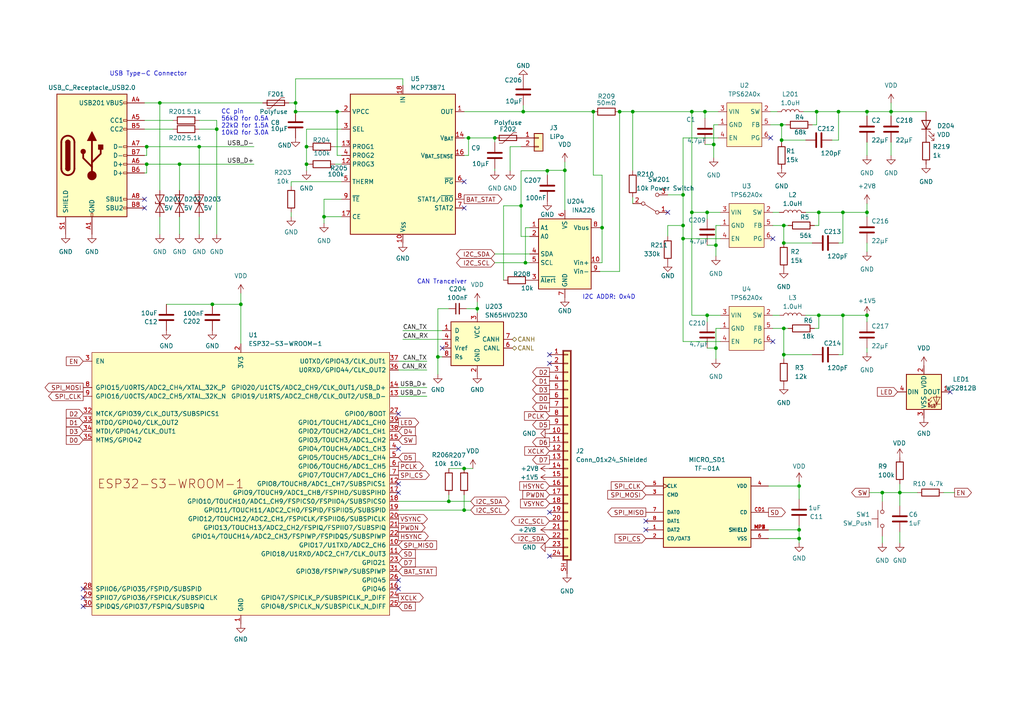
<source format=kicad_sch>
(kicad_sch (version 20231120) (generator "eeschema") (generator_version "8.0")
  (paper "A4")
  (lib_symbols
    (symbol "Battery_Management:MCP73871"
      (property "Reference" "U" (at -7.62 24.13 0))
      (property "Value" "MCP73871" (at -15.24 21.59 0))
      (symbol "MCP73871_1_1"
        (pin power_out line (at 17.78 15.24 180) (length 2.54) (name "OUT") (number "1"))
        (pin power_in line (at 0 -22.86 90) (length 2.54) (name "V_{SS}") (number "10"))
        (pin passive line (at 0 -22.86 90) (length 2.54) hide (name "V_{SS}") (number "11"))
        (pin bidirectional line (at -17.78 0 0) (length 2.54) (name "PROG3") (number "12"))
        (pin bidirectional line (at -17.78 5.08 0) (length 2.54) (name "PROG1") (number "13"))
        (pin power_out line (at 17.78 7.62 180) (length 2.54) (name "V_{BAT}") (number "14"))
        (pin passive line (at 17.78 7.62 180) (length 2.54) hide (name "V_{BAT}") (number "15"))
        (pin input line (at 17.78 2.54 180) (length 2.54) (name "V_{BAT_SENSE}") (number "16"))
        (pin input line (at -17.78 -15.24 0) (length 2.54) (name "CE") (number "17"))
        (pin power_in line (at 0 22.86 270) (length 2.54) (name "IN") (number "18"))
        (pin passive line (at 0 22.86 270) (length 2.54) hide (name "IN") (number "19"))
        (pin input line (at -17.78 15.24 0) (length 2.54) (name "VPCC") (number "2"))
        (pin passive line (at 17.78 15.24 180) (length 2.54) hide (name "OUT") (number "20"))
        (pin passive line (at 0 -22.86 90) (length 2.54) hide (name "V_{SS}") (number "21"))
        (pin input line (at -17.78 10.16 0) (length 2.54) (name "SEL") (number "3"))
        (pin input line (at -17.78 2.54 0) (length 2.54) (name "PROG2") (number "4"))
        (pin bidirectional line (at -17.78 -5.08 0) (length 2.54) (name "THERM") (number "5"))
        (pin open_collector line (at 17.78 -5.08 180) (length 2.54) (name "~{PG}") (number "6"))
        (pin open_collector line (at 17.78 -12.7 180) (length 2.54) (name "STAT2") (number "7"))
        (pin open_collector line (at 17.78 -10.16 180) (length 2.54) (name "STAT1/~{LBO}") (number "8"))
        (pin input line (at -17.78 -10.16 0) (length 2.54) (name "~{TE}") (number "9"))
      )
    )
    (symbol "Connector:USB_C_Receptacle_USB2.0" (pin_names (offset 1.016))
      (property "Reference" "J" (at -10.16 19.05 0))
      (property "Value" "USB_C_Receptacle_USB2.0" (at 19.05 19.05 0))
      (symbol "USB_C_Receptacle_USB2.0_1_1"
        (pin passive line (at 0 -22.86 90) (length 5.08) (name "GND") (number "A1"))
        (pin passive line (at 0 -22.86 90) (length 5.08) hide (name "GND") (number "A12"))
        (pin passive line (at 15.24 15.24 180) (length 5.08) (name "VBUS") (number "A4"))
        (pin bidirectional line (at 15.24 10.16 180) (length 5.08) (name "CC1") (number "A5"))
        (pin bidirectional line (at 15.24 -2.54 180) (length 5.08) (name "D+") (number "A6"))
        (pin bidirectional line (at 15.24 2.54 180) (length 5.08) (name "D-") (number "A7"))
        (pin bidirectional line (at 15.24 -12.7 180) (length 5.08) (name "SBU1") (number "A8"))
        (pin passive line (at 15.24 15.24 180) (length 5.08) hide (name "VBUS") (number "A9"))
        (pin passive line (at 0 -22.86 90) (length 5.08) hide (name "GND") (number "B1"))
        (pin passive line (at 0 -22.86 90) (length 5.08) hide (name "GND") (number "B12"))
        (pin passive line (at 15.24 15.24 180) (length 5.08) hide (name "VBUS") (number "B4"))
        (pin bidirectional line (at 15.24 7.62 180) (length 5.08) (name "CC2") (number "B5"))
        (pin bidirectional line (at 15.24 -5.08 180) (length 5.08) (name "D+") (number "B6"))
        (pin bidirectional line (at 15.24 0 180) (length 5.08) (name "D-") (number "B7"))
        (pin bidirectional line (at 15.24 -15.24 180) (length 5.08) (name "SBU2") (number "B8"))
        (pin passive line (at 15.24 15.24 180) (length 5.08) hide (name "VBUS") (number "B9"))
        (pin passive line (at -7.62 -22.86 90) (length 5.08) (name "SHIELD") (number "S1"))
      )
    )
    (symbol "Connector_Generic:Conn_01x02" (pin_names (offset 1.016) hide)
      (property "Reference" "J" (at 0 2.54 0))
      (property "Value" "Conn_01x02" (at 0 -5.08 0))
      (symbol "Conn_01x02_1_1"
        (pin passive line (at -5.08 0 0) (length 3.81) (name "Pin_1") (number "1"))
        (pin passive line (at -5.08 -2.54 0) (length 3.81) (name "Pin_2") (number "2"))
      )
    )
    (symbol "Connector_Generic_Shielded:Conn_01x24_Shielded" (pin_names (offset 1.016) hide)
      (property "Reference" "J" (at 0.254 30.226 0))
      (property "Value" "Conn_01x24_Shielded" (at 1.016 -32.766 0))
      (symbol "Conn_01x24_Shielded_1_1"
        (pin passive line (at -5.08 27.94 0) (length 4.064) (name "Pin_1") (number "1"))
        (pin passive line (at -5.08 5.08 0) (length 4.064) (name "Pin_10") (number "10"))
        (pin passive line (at -5.08 2.54 0) (length 4.064) (name "Pin_11") (number "11"))
        (pin passive line (at -5.08 0 0) (length 4.064) (name "Pin_12") (number "12"))
        (pin passive line (at -5.08 -2.54 0) (length 4.064) (name "Pin_13") (number "13"))
        (pin passive line (at -5.08 -5.08 0) (length 4.064) (name "Pin_14") (number "14"))
        (pin passive line (at -5.08 -7.62 0) (length 4.064) (name "Pin_15") (number "15"))
        (pin passive line (at -5.08 -10.16 0) (length 4.064) (name "Pin_16") (number "16"))
        (pin passive line (at -5.08 -12.7 0) (length 4.064) (name "Pin_17") (number "17"))
        (pin passive line (at -5.08 -15.24 0) (length 4.064) (name "Pin_18") (number "18"))
        (pin passive line (at -5.08 -17.78 0) (length 4.064) (name "Pin_19") (number "19"))
        (pin passive line (at -5.08 25.4 0) (length 4.064) (name "Pin_2") (number "2"))
        (pin passive line (at -5.08 -20.32 0) (length 4.064) (name "Pin_20") (number "20"))
        (pin passive line (at -5.08 -22.86 0) (length 4.064) (name "Pin_21") (number "21"))
        (pin passive line (at -5.08 -25.4 0) (length 4.064) (name "Pin_22") (number "22"))
        (pin passive line (at -5.08 -27.94 0) (length 4.064) (name "Pin_23") (number "23"))
        (pin passive line (at -5.08 -30.48 0) (length 4.064) (name "Pin_24") (number "24"))
        (pin passive line (at -5.08 22.86 0) (length 4.064) (name "Pin_3") (number "3"))
        (pin passive line (at -5.08 20.32 0) (length 4.064) (name "Pin_4") (number "4"))
        (pin passive line (at -5.08 17.78 0) (length 4.064) (name "Pin_5") (number "5"))
        (pin passive line (at -5.08 15.24 0) (length 4.064) (name "Pin_6") (number "6"))
        (pin passive line (at -5.08 12.7 0) (length 4.064) (name "Pin_7") (number "7"))
        (pin passive line (at -5.08 10.16 0) (length 4.064) (name "Pin_8") (number "8"))
        (pin passive line (at -5.08 7.62 0) (length 4.064) (name "Pin_9") (number "9"))
        (pin passive line (at 0 -35.56 90) (length 3.81) (name "Shield") (number "SH"))
      )
    )
    (symbol "Device:C" (pin_numbers hide) (pin_names (offset 0.254))
      (property "Reference" "C" (at 0.635 2.54 0))
      (property "Value" "C" (at 0.635 -2.54 0))
      (symbol "C_1_1"
        (pin passive line (at 0 3.81 270) (length 2.794) (name "~") (number "1"))
        (pin passive line (at 0 -3.81 90) (length 2.794) (name "~") (number "2"))
      )
    )
    (symbol "Device:C_Small" (pin_numbers hide) (pin_names (offset 0.254) hide)
      (property "Reference" "C" (at 0.254 1.778 0))
      (property "Value" "C_Small" (at 0.254 -2.032 0))
      (symbol "C_Small_1_1"
        (pin passive line (at 0 2.54 270) (length 2.032) (name "~") (number "1"))
        (pin passive line (at 0 -2.54 90) (length 2.032) (name "~") (number "2"))
      )
    )
    (symbol "Device:L" (pin_numbers hide) (pin_names (offset 1.016) hide)
      (property "Reference" "L" (at -1.27 0 90))
      (property "Value" "L" (at 1.905 0 90))
      (symbol "L_1_1"
        (pin passive line (at 0 3.81 270) (length 1.27) (name "1") (number "1"))
        (pin passive line (at 0 -3.81 90) (length 1.27) (name "2") (number "2"))
      )
    )
    (symbol "Device:LED" (pin_numbers hide) (pin_names (offset 1.016) hide)
      (property "Reference" "D" (at 0 2.54 0))
      (property "Value" "LED" (at 0 -2.54 0))
      (symbol "LED_1_1"
        (pin passive line (at -3.81 0 0) (length 2.54) (name "K") (number "1"))
        (pin passive line (at 3.81 0 180) (length 2.54) (name "A") (number "2"))
      )
    )
    (symbol "Device:Polyfuse" (pin_numbers hide) (pin_names (offset 0))
      (property "Reference" "F" (at -2.54 0 90))
      (property "Value" "Polyfuse" (at 2.54 0 90))
      (symbol "Polyfuse_1_1"
        (pin passive line (at 0 3.81 270) (length 1.27) (name "~") (number "1"))
        (pin passive line (at 0 -3.81 90) (length 1.27) (name "~") (number "2"))
      )
    )
    (symbol "Device:R" (pin_numbers hide) (pin_names (offset 0))
      (property "Reference" "R" (at 2.032 0 90))
      (property "Value" "R" (at 0 0 90))
      (symbol "R_1_1"
        (pin passive line (at 0 3.81 270) (length 1.27) (name "~") (number "1"))
        (pin passive line (at 0 -3.81 90) (length 1.27) (name "~") (number "2"))
      )
    )
    (symbol "Diode:ESD9B5.0ST5G" (pin_numbers hide) (pin_names (offset 1.016) hide)
      (property "Reference" "D" (at 0 2.54 0))
      (property "Value" "ESD9B5.0ST5G" (at 0 -2.54 0))
      (symbol "ESD9B5.0ST5G_1_1"
        (pin passive line (at -3.81 0 0) (length 2.54) (name "A1") (number "1"))
        (pin passive line (at 3.81 0 180) (length 2.54) (name "A2") (number "2"))
      )
    )
    (symbol "GND_1" (power) (pin_numbers hide) (pin_names (offset 0) hide)
      (property "Value" "GND" (at 0 -3.81 0))
      (symbol "GND_1_1_1"
        (pin power_in line (at 0 0 270) (length 0) (name "~") (number "1"))
      )
    )
    (symbol "Interface_CAN_LIN:SN65HVD230" (pin_names (offset 1.016))
      (property "Reference" "U" (at -2.54 10.16 0))
      (property "Value" "SN65HVD230" (at -2.54 7.62 0))
      (symbol "SN65HVD230_1_1"
        (pin input line (at -10.16 2.54 0) (length 2.54) (name "D") (number "1"))
        (pin power_in line (at 0 -10.16 90) (length 2.54) (name "GND") (number "2"))
        (pin power_in line (at 0 7.62 270) (length 2.54) (name "VCC") (number "3"))
        (pin output line (at -10.16 0 0) (length 2.54) (name "R") (number "4"))
        (pin output line (at -10.16 -2.54 0) (length 2.54) (name "Vref") (number "5"))
        (pin bidirectional line (at 10.16 -2.54 180) (length 2.54) (name "CANL") (number "6"))
        (pin bidirectional line (at 10.16 0 180) (length 2.54) (name "CANH") (number "7"))
        (pin input line (at -10.16 -5.08 0) (length 2.54) (name "Rs") (number "8"))
      )
    )
    (symbol "PCM_Espressif:ESP32-S3-WROOM-1" (pin_names (offset 1.016))
      (property "Reference" "U" (at -43.18 43.18 0))
      (property "Value" "ESP32-S3-WROOM-1" (at -43.18 40.64 0))
      (symbol "ESP32-S3-WROOM-1_0_0"
        (text "ESP32-S3-WROOM-1" (at -20.32 0 0) (effects (font (size 2.54 2.54))))
        (pin power_in line (at 0 -40.64 90) (length 2.54) (name "GND") (number "1"))
        (pin bidirectional line (at 45.72 -17.78 180) (length 2.54) (name "GPIO17/U1TXD/ADC2_CH6") (number "10"))
        (pin bidirectional line (at 45.72 -20.32 180) (length 2.54) (name "GPIO18/U1RXD/ADC2_CH7/CLK_OUT3") (number "11"))
        (pin bidirectional line (at 45.72 0 180) (length 2.54) (name "GPIO8/TOUCH8/ADC1_CH7/SUBSPICS1") (number "12"))
        (pin bidirectional line (at 45.72 25.4 180) (length 2.54) (name "GPIO19/U1RTS/ADC2_CH8/CLK_OUT2/USB_D-") (number "13"))
        (pin bidirectional line (at 45.72 27.94 180) (length 2.54) (name "GPIO20/U1CTS/ADC2_CH9/CLK_OUT1/USB_D+") (number "14"))
        (pin bidirectional line (at 45.72 12.7 180) (length 2.54) (name "GPIO3/TOUCH3/ADC1_CH2") (number "15"))
        (pin bidirectional line (at 45.72 -30.48 180) (length 2.54) (name "GPIO46") (number "16"))
        (pin bidirectional line (at 45.72 -2.54 180) (length 2.54) (name "GPIO9/TOUCH9/ADC1_CH8/FSPIHD/SUBSPIHD") (number "17"))
        (pin bidirectional line (at 45.72 -5.08 180) (length 2.54) (name "GPIO10/TOUCH10/ADC1_CH9/FSPICS0/FSPIIO4/SUBSPICS0") (number "18"))
        (pin bidirectional line (at 45.72 -7.62 180) (length 2.54) (name "GPIO11/TOUCH11/ADC2_CH0/FSPID/FSPIIO5/SUBSPID") (number "19"))
        (pin power_in line (at 0 40.64 270) (length 2.54) (name "3V3") (number "2"))
        (pin bidirectional line (at 45.72 -10.16 180) (length 2.54) (name "GPIO12/TOUCH12/ADC2_CH1/FSPICLK/FSPIIO6/SUBSPICLK") (number "20"))
        (pin bidirectional line (at 45.72 -12.7 180) (length 2.54) (name "GPIO13/TOUCH13/ADC2_CH2/FSPIQ/FSPIIO7/SUBSPIQ") (number "21"))
        (pin bidirectional line (at 45.72 -15.24 180) (length 2.54) (name "GPIO14/TOUCH14/ADC2_CH3/FSPIWP/FSPIDQS/SUBSPIWP") (number "22"))
        (pin bidirectional line (at 45.72 -22.86 180) (length 2.54) (name "GPIO21") (number "23"))
        (pin bidirectional line (at 45.72 -33.02 180) (length 2.54) (name "GPIO47/SPICLK_P/SUBSPICLK_P_DIFF") (number "24"))
        (pin bidirectional line (at 45.72 -35.56 180) (length 2.54) (name "GPIO48/SPICLK_N/SUBSPICLK_N_DIFF") (number "25"))
        (pin bidirectional line (at 45.72 -27.94 180) (length 2.54) (name "GPIO45") (number "26"))
        (pin bidirectional line (at 45.72 20.32 180) (length 2.54) (name "GPIO0/BOOT") (number "27"))
        (pin bidirectional line (at -45.72 -30.48 0) (length 2.54) (name "SPIIO6/GPIO35/FSPID/SUBSPID") (number "28"))
        (pin bidirectional line (at -45.72 -33.02 0) (length 2.54) (name "SPIIO7/GPIO36/FSPICLK/SUBSPICLK") (number "29"))
        (pin input line (at -45.72 35.56 0) (length 2.54) (name "EN") (number "3"))
        (pin bidirectional line (at -45.72 -35.56 0) (length 2.54) (name "SPIDQS/GPIO37/FSPIQ/SUBSPIQ") (number "30"))
        (pin bidirectional line (at 45.72 -25.4 180) (length 2.54) (name "GPIO38/FSPIWP/SUBSPIWP") (number "31"))
        (pin bidirectional line (at -45.72 20.32 0) (length 2.54) (name "MTCK/GPIO39/CLK_OUT3/SUBSPICS1") (number "32"))
        (pin bidirectional line (at -45.72 17.78 0) (length 2.54) (name "MTDO/GPIO40/CLK_OUT2") (number "33"))
        (pin bidirectional line (at -45.72 15.24 0) (length 2.54) (name "MTDI/GPIO41/CLK_OUT1") (number "34"))
        (pin bidirectional line (at -45.72 12.7 0) (length 2.54) (name "MTMS/GPIO42") (number "35"))
        (pin bidirectional line (at 45.72 33.02 180) (length 2.54) (name "U0RXD/GPIO44/CLK_OUT2") (number "36"))
        (pin bidirectional line (at 45.72 35.56 180) (length 2.54) (name "U0TXD/GPIO43/CLK_OUT1") (number "37"))
        (pin bidirectional line (at 45.72 15.24 180) (length 2.54) (name "GPIO2/TOUCH2/ADC1_CH1") (number "38"))
        (pin bidirectional line (at 45.72 17.78 180) (length 2.54) (name "GPIO1/TOUCH1/ADC1_CH0") (number "39"))
        (pin bidirectional line (at 45.72 10.16 180) (length 2.54) (name "GPIO4/TOUCH4/ADC1_CH3") (number "4"))
        (pin passive line (at 0 -40.64 90) (length 2.54) hide (name "GND") (number "40"))
        (pin passive line (at 0 -40.64 90) (length 2.54) hide (name "GND") (number "41"))
        (pin bidirectional line (at 45.72 7.62 180) (length 2.54) (name "GPIO5/TOUCH5/ADC1_CH4") (number "5"))
        (pin bidirectional line (at 45.72 5.08 180) (length 2.54) (name "GPIO6/TOUCH6/ADC1_CH5") (number "6"))
        (pin bidirectional line (at 45.72 2.54 180) (length 2.54) (name "GPIO7/TOUCH7/ADC1_CH6") (number "7"))
        (pin bidirectional line (at -45.72 27.94 0) (length 2.54) (name "GPIO15/U0RTS/ADC2_CH4/XTAL_32K_P") (number "8"))
        (pin bidirectional line (at -45.72 25.4 0) (length 2.54) (name "GPIO16/U0CTS/ADC2_CH5/XTAL_32K_N") (number "9"))
      )
    )
    (symbol "Sensor_Energy:INA226"
      (property "Reference" "U" (at -6.35 11.43 0))
      (property "Value" "INA226" (at 3.81 11.43 0))
      (symbol "INA226_1_1"
        (pin input line (at 10.16 7.62 180) (length 2.54) (name "A1") (number "1"))
        (pin input line (at -10.16 -2.54 0) (length 2.54) (name "Vin+") (number "10"))
        (pin input line (at 10.16 5.08 180) (length 2.54) (name "A0") (number "2"))
        (pin open_collector line (at 10.16 -7.62 180) (length 2.54) (name "~{Alert}") (number "3"))
        (pin bidirectional line (at 10.16 0 180) (length 2.54) (name "SDA") (number "4"))
        (pin input line (at 10.16 -2.54 180) (length 2.54) (name "SCL") (number "5"))
        (pin power_in line (at 0 12.7 270) (length 2.54) (name "VS") (number "6"))
        (pin power_in line (at 0 -12.7 90) (length 2.54) (name "GND") (number "7"))
        (pin input line (at -10.16 7.62 0) (length 2.54) (name "Vbus") (number "8"))
        (pin input line (at -10.16 -5.08 0) (length 2.54) (name "Vin-") (number "9"))
      )
    )
    (symbol "Switch:SW_Push" (pin_numbers hide) (pin_names (offset 1.016) hide)
      (property "Reference" "SW" (at 1.27 2.54 0))
      (property "Value" "SW_Push" (at 0 -1.524 0))
      (symbol "SW_Push_0_1"
        (pin passive line (at -5.08 0 0) (length 2.54) (name "1") (number "1"))
        (pin passive line (at 5.08 0 180) (length 2.54) (name "2") (number "2"))
      )
    )
    (symbol "Switch:SW_SPDT" (pin_names (offset 0) hide)
      (property "Reference" "SW" (at 0 4.318 0))
      (property "Value" "SW_SPDT" (at 0 -5.08 0))
      (symbol "SW_SPDT_1_1"
        (pin passive line (at 5.08 2.54 180) (length 2.54) (name "A") (number "1"))
        (pin passive line (at -5.08 0 0) (length 2.54) (name "B") (number "2"))
        (pin passive line (at 5.08 -2.54 180) (length 2.54) (name "C") (number "3"))
      )
    )
    (symbol "TinyESP32CamLibrary:TPS62A0x"
      (property "Reference" "U" (at -3.81 7.62 0))
      (property "Value" "TPS62A0x" (at 3.81 7.62 0))
      (symbol "TPS62A0x_1_1"
        (pin power_in line (at -7.62 0 0) (length 2.54) (name "GND") (number "1"))
        (pin power_out line (at 7.62 3.81 180) (length 2.54) (name "SW") (number "2"))
        (pin power_in line (at -7.62 3.81 0) (length 2.54) (name "VIN") (number "3"))
        (pin input line (at -7.62 -3.81 0) (length 2.54) (name "EN") (number "4"))
        (pin input line (at 7.62 0 180) (length 2.54) (name "FB") (number "5"))
        (pin output line (at 7.62 -3.81 180) (length 2.54) (name "PG") (number "6"))
      )
    )
    (symbol "WOBCLibrary:TF-01A" (pin_names (offset 1.016))
      (property "Reference" "MICRO_SD" (at -12.7 10.795 0))
      (property "Value" "TF-01A" (at -12.7 -12.7 0))
      (symbol "TF-01A_0_0"
        (pin bidirectional line (at -17.78 -5.08 0) (length 5.08) (name "DAT2") (number "1"))
        (pin bidirectional line (at -17.78 -7.62 0) (length 5.08) (name "CD/DAT3") (number "2"))
        (pin bidirectional line (at -17.78 5.08 0) (length 5.08) (name "CMD") (number "3"))
        (pin power_in line (at 17.78 7.62 180) (length 5.08) (name "VDD") (number "4"))
        (pin bidirectional clock (at -17.78 7.62 0) (length 5.08) (name "CLK") (number "5"))
        (pin power_in line (at 17.78 -7.62 180) (length 5.08) (name "VSS") (number "6"))
        (pin bidirectional line (at -17.78 0 0) (length 5.08) (name "DAT0") (number "7"))
        (pin bidirectional line (at -17.78 -2.54 0) (length 5.08) (name "DAT1") (number "8"))
        (pin passive line (at 17.78 0 180) (length 5.08) (name "CD") (number "CD1"))
        (pin power_in line (at 17.78 -5.08 180) (length 5.08) (name "SHIELD") (number "MP1"))
        (pin power_in line (at 17.78 -5.08 180) (length 5.08) (name "SHIELD") (number "MP2"))
        (pin power_in line (at 17.78 -5.08 180) (length 5.08) (name "SHIELD") (number "MP3"))
        (pin power_in line (at 17.78 -5.08 180) (length 5.08) (name "SHIELD") (number "MP4"))
      )
    )
    (symbol "WOBCLibrary:WS2812B" (pin_names (offset 0.254))
      (property "Reference" "D" (at 5.08 5.715 0))
      (property "Value" "WS2812B" (at 1.27 -5.715 0))
      (symbol "WS2812B_0_0"
        (text "RGB" (at 2.286 -4.191 0) (effects (font (size 0.762 0.762))))
      )
      (symbol "WS2812B_1_1"
        (pin output line (at 7.62 0 180) (length 2.54) (name "DOUT") (number "1"))
        (pin power_in line (at 0 7.62 270) (length 2.54) (name "VDD") (number "2"))
        (pin power_in line (at 0 -7.62 90) (length 2.54) (name "VSS") (number "3"))
        (pin input line (at -7.62 0 0) (length 2.54) (name "DIN") (number "4"))
      )
    )
    (symbol "power:+1V5" (power) (pin_names (offset 0))
      (property "Value" "+1V5" (at 0 3.556 0))
      (symbol "+1V5_1_1"
        (pin power_in line (at 0 0 90) (length 0) hide (name "+1V5") (number "1"))
      )
    )
    (symbol "power:+2V8" (power) (pin_names (offset 0))
      (property "Value" "+2V8" (at 0 3.556 0))
      (symbol "+2V8_1_1"
        (pin power_in line (at 0 0 90) (length 0) hide (name "+2V8") (number "1"))
      )
    )
    (symbol "power:GND" (power) (pin_names (offset 0))
      (property "Value" "GND" (at 0 -3.81 0))
      (symbol "GND_1_1"
        (pin power_in line (at 0 0 270) (length 0) hide (name "GND") (number "1"))
      )
    )
    (symbol "power:VDD" (power) (pin_names (offset 0))
      (property "Value" "VDD" (at 0 3.81 0))
      (symbol "VDD_1_1"
        (pin power_in line (at 0 0 90) (length 0) hide (name "VDD") (number "1"))
      )
    )
  )
  (junction (at 207.01 41.91))
  (junction (at 251.46 61.595))
  (junction (at 236.855 32.385))
  (junction (at 85.725 29.845))
  (junction (at 260.985 142.875))
  (junction (at 198.12 69.215))
  (junction (at 243.205 32.385))
  (junction (at 204.47 32.385))
  (junction (at 183.515 32.385))
  (junction (at 88.9 42.545))
  (junction (at 57.785 42.545))
  (junction (at 135.89 40.005))
  (junction (at 227.33 65.405))
  (junction (at 237.49 91.44))
  (junction (at 205.105 91.44))
  (junction (at 42.545 47.625))
  (junction (at 152.4 76.2))
  (junction (at 200.66 32.385))
  (junction (at 226.695 36.195))
  (junction (at 97.79 32.385))
  (junction (at 207.645 100.965))
  (junction (at 130.175 145.415))
  (junction (at 52.07 47.625))
  (junction (at 198.12 65.405))
  (junction (at 251.46 91.44))
  (junction (at 198.12 56.515))
  (junction (at 172.085 32.385))
  (junction (at 134.62 147.955))
  (junction (at 127 103.505))
  (junction (at 227.33 95.25))
  (junction (at 163.83 49.403))
  (junction (at 226.695 40.64))
  (junction (at 85.725 32.385))
  (junction (at 158.75 49.53))
  (junction (at 151.13 59.69))
  (junction (at 237.49 61.595))
  (junction (at 251.46 32.385))
  (junction (at 93.98 62.865))
  (junction (at 138.43 89.535))
  (junction (at 69.85 88.265))
  (junction (at 88.9 47.625))
  (junction (at 143.51 40.005))
  (junction (at 151.765 32.385))
  (junction (at 244.475 61.595))
  (junction (at 61.595 88.265))
  (junction (at 227.33 70.485))
  (junction (at 231.775 153.67))
  (junction (at 62.865 37.465))
  (junction (at 227.33 102.87))
  (junction (at 179.705 32.385))
  (junction (at 231.775 140.97))
  (junction (at 42.545 42.545))
  (junction (at 244.475 91.44))
  (junction (at 231.775 156.21))
  (junction (at 134.62 135.89))
  (junction (at 200.66 61.595))
  (junction (at 46.355 29.845))
  (junction (at 258.445 32.385))
  (junction (at 255.905 142.875))
  (junction (at 207.645 71.12))
  (junction (at 174.625 66.04))
  (junction (at 205.105 61.595))
  (no_connect (at 159.385 148.59))
  (no_connect (at 24.13 175.895))
  (no_connect (at 275.59 113.665))
  (no_connect (at 115.57 140.335))
  (no_connect (at 41.91 60.325))
  (no_connect (at 24.13 170.815))
  (no_connect (at 159.385 105.41))
  (no_connect (at 134.62 52.705))
  (no_connect (at 187.325 153.67))
  (no_connect (at 159.385 161.29))
  (no_connect (at 193.675 61.595))
  (no_connect (at 41.91 57.785))
  (no_connect (at 115.57 168.275))
  (no_connect (at 187.325 151.13))
  (no_connect (at 115.57 170.815))
  (no_connect (at 159.385 102.87))
  (no_connect (at 24.13 173.355))
  (no_connect (at 115.57 120.015))
  (no_connect (at 115.57 130.175))
  (no_connect (at 134.62 60.325))
  (no_connect (at 128.27 100.965))
  (no_connect (at 115.57 142.875))
  (no_connect (at 223.52 40.005))
  (no_connect (at 224.155 69.215))
  (no_connect (at 224.155 99.06))
  (wire (pts (xy 241.3 40.64) (xy 243.205 40.64)))
  (wire (pts (xy 151.13 68.58) (xy 151.13 59.69)))
  (wire (pts (xy 73.66 47.625) (xy 52.07 47.625)))
  (wire (pts (xy 123.825 114.935) (xy 115.57 114.935)))
  (wire (pts (xy 231.775 140.97) (xy 231.775 144.78)))
  (wire (pts (xy 115.57 104.775) (xy 123.825 104.775)))
  (wire (pts (xy 158.75 49.403) (xy 163.83 49.403)))
  (wire (pts (xy 255.905 142.875) (xy 260.985 142.875)))
  (wire (pts (xy 173.99 66.04) (xy 174.625 66.04)))
  (wire (pts (xy 88.9 37.465) (xy 88.9 42.545)))
  (wire (pts (xy 233.045 32.385) (xy 236.855 32.385)))
  (wire (pts (xy 222.885 140.97) (xy 231.775 140.97)))
  (wire (pts (xy 236.22 65.405) (xy 237.49 65.405)))
  (wire (pts (xy 97.79 45.085) (xy 97.79 32.385)))
  (wire (pts (xy 198.12 65.405) (xy 198.12 56.515)))
  (wire (pts (xy 88.9 47.625) (xy 89.535 47.625)))
  (wire (pts (xy 84.455 53.975) (xy 84.455 52.705)))
  (wire (pts (xy 143.51 73.66) (xy 153.67 73.66)))
  (wire (pts (xy 69.85 85.09) (xy 69.85 88.265)))
  (wire (pts (xy 227.33 65.405) (xy 228.6 65.405)))
  (wire (pts (xy 61.595 88.265) (xy 69.85 88.265)))
  (wire (pts (xy 222.885 153.67) (xy 231.775 153.67)))
  (wire (pts (xy 226.695 36.195) (xy 227.965 36.195)))
  (wire (pts (xy 134.62 32.385) (xy 151.765 32.385)))
  (wire (pts (xy 258.445 32.385) (xy 258.445 33.655)))
  (wire (pts (xy 205.105 91.44) (xy 200.66 91.44)))
  (wire (pts (xy 207.645 65.405) (xy 207.645 71.12)))
  (wire (pts (xy 244.475 91.44) (xy 251.46 91.44)))
  (wire (pts (xy 85.725 32.385) (xy 97.79 32.385)))
  (wire (pts (xy 146.05 81.28) (xy 146.05 59.69)))
  (wire (pts (xy 198.12 99.06) (xy 198.12 69.215)))
  (wire (pts (xy 85.725 22.86) (xy 85.725 29.845)))
  (wire (pts (xy 123.825 112.395) (xy 115.57 112.395)))
  (wire (pts (xy 69.85 88.265) (xy 69.85 99.695)))
  (wire (pts (xy 205.105 61.595) (xy 208.915 61.595)))
  (wire (pts (xy 236.855 32.385) (xy 236.855 36.195)))
  (wire (pts (xy 163.83 49.784) (xy 163.83 60.96)))
  (wire (pts (xy 130.175 135.89) (xy 134.62 135.89)))
  (wire (pts (xy 244.475 102.87) (xy 243.205 102.87)))
  (wire (pts (xy 207.645 100.965) (xy 207.645 104.14)))
  (wire (pts (xy 207.645 71.12) (xy 207.645 74.295)))
  (wire (pts (xy 255.905 155.575) (xy 255.905 157.48)))
  (wire (pts (xy 208.915 69.215) (xy 198.12 69.215)))
  (wire (pts (xy 251.46 59.055) (xy 251.46 61.595)))
  (wire (pts (xy 200.66 32.385) (xy 204.47 32.385)))
  (wire (pts (xy 158.75 50.8) (xy 158.75 49.53)))
  (wire (pts (xy 97.155 47.625) (xy 99.06 47.625)))
  (wire (pts (xy 138.43 87.63) (xy 138.43 89.535)))
  (wire (pts (xy 200.66 32.385) (xy 200.66 61.595)))
  (wire (pts (xy 62.865 37.465) (xy 62.865 67.945)))
  (wire (pts (xy 260.985 142.875) (xy 260.985 146.685)))
  (wire (pts (xy 208.915 95.25) (xy 207.645 95.25)))
  (wire (pts (xy 227.33 102.87) (xy 235.585 102.87)))
  (wire (pts (xy 258.445 29.845) (xy 258.445 32.385)))
  (wire (pts (xy 151.765 30.48) (xy 151.765 32.385)))
  (wire (pts (xy 116.84 22.86) (xy 85.725 22.86)))
  (wire (pts (xy 99.06 37.465) (xy 88.9 37.465)))
  (wire (pts (xy 134.62 135.89) (xy 137.16 135.89)))
  (wire (pts (xy 151.13 42.545) (xy 147.955 42.545)))
  (wire (pts (xy 244.475 61.595) (xy 244.475 70.485)))
  (wire (pts (xy 231.775 157.48) (xy 231.775 156.21)))
  (wire (pts (xy 116.84 98.425) (xy 128.27 98.425)))
  (wire (pts (xy 255.905 145.415) (xy 255.905 142.875)))
  (wire (pts (xy 174.625 50.8) (xy 174.625 66.04)))
  (wire (pts (xy 41.91 42.545) (xy 42.545 42.545)))
  (wire (pts (xy 42.545 47.625) (xy 41.91 47.625)))
  (wire (pts (xy 147.955 42.545) (xy 147.955 49.53)))
  (wire (pts (xy 224.155 65.405) (xy 227.33 65.405)))
  (wire (pts (xy 136.525 145.415) (xy 130.175 145.415)))
  (wire (pts (xy 227.33 95.25) (xy 227.33 102.87)))
  (wire (pts (xy 258.445 32.385) (xy 251.46 32.385)))
  (wire (pts (xy 152.4 76.2) (xy 153.67 76.2)))
  (wire (pts (xy 231.775 156.21) (xy 231.775 153.67)))
  (wire (pts (xy 258.445 41.275) (xy 258.445 45.085)))
  (wire (pts (xy 116.84 24.765) (xy 116.84 22.86)))
  (wire (pts (xy 134.62 45.085) (xy 135.89 45.085)))
  (wire (pts (xy 183.515 32.385) (xy 183.515 49.53)))
  (wire (pts (xy 127 103.505) (xy 128.27 103.505)))
  (wire (pts (xy 93.98 62.865) (xy 99.06 62.865)))
  (wire (pts (xy 208.28 40.005) (xy 198.12 40.005)))
  (wire (pts (xy 93.98 57.785) (xy 93.98 62.865)))
  (wire (pts (xy 57.785 37.465) (xy 62.865 37.465)))
  (wire (pts (xy 260.985 154.305) (xy 260.985 157.48)))
  (wire (pts (xy 233.68 61.595) (xy 237.49 61.595)))
  (wire (pts (xy 207.645 95.25) (xy 207.645 100.965)))
  (wire (pts (xy 134.62 147.955) (xy 115.57 147.955)))
  (wire (pts (xy 153.67 68.58) (xy 151.13 68.58)))
  (wire (pts (xy 222.885 156.21) (xy 231.775 156.21)))
  (wire (pts (xy 260.985 142.875) (xy 266.065 142.875)))
  (wire (pts (xy 163.957 49.784) (xy 163.83 49.784)))
  (wire (pts (xy 251.46 33.655) (xy 251.46 32.385)))
  (wire (pts (xy 127 89.535) (xy 130.175 89.535)))
  (wire (pts (xy 208.915 91.44) (xy 205.105 91.44)))
  (wire (pts (xy 236.22 95.25) (xy 237.49 95.25)))
  (wire (pts (xy 223.52 36.195) (xy 226.695 36.195)))
  (wire (pts (xy 204.47 32.385) (xy 204.47 34.29)))
  (wire (pts (xy 237.49 91.44) (xy 237.49 95.25)))
  (wire (pts (xy 153.67 66.04) (xy 152.4 66.04)))
  (wire (pts (xy 204.47 41.91) (xy 207.01 41.91)))
  (wire (pts (xy 52.07 67.945) (xy 52.07 62.865)))
  (wire (pts (xy 138.43 89.535) (xy 138.43 90.805)))
  (wire (pts (xy 84.455 52.705) (xy 99.06 52.705)))
  (wire (pts (xy 223.52 32.385) (xy 225.425 32.385)))
  (wire (pts (xy 62.865 34.925) (xy 62.865 37.465)))
  (wire (pts (xy 136.525 147.955) (xy 134.62 147.955)))
  (wire (pts (xy 135.89 40.005) (xy 143.51 40.005)))
  (wire (pts (xy 88.9 42.545) (xy 89.535 42.545)))
  (wire (pts (xy 99.06 57.785) (xy 93.98 57.785)))
  (wire (pts (xy 251.46 91.44) (xy 251.46 93.345)))
  (wire (pts (xy 205.105 71.12) (xy 207.645 71.12)))
  (wire (pts (xy 251.46 70.485) (xy 251.46 73.025)))
  (wire (pts (xy 260.985 140.335) (xy 260.985 142.875)))
  (wire (pts (xy 173.99 76.2) (xy 174.625 76.2)))
  (wire (pts (xy 236.855 32.385) (xy 243.205 32.385)))
  (wire (pts (xy 173.99 78.74) (xy 179.705 78.74)))
  (wire (pts (xy 115.57 107.315) (xy 123.825 107.315)))
  (wire (pts (xy 207.645 65.405) (xy 208.915 65.405)))
  (wire (pts (xy 227.33 95.25) (xy 228.6 95.25)))
  (wire (pts (xy 231.775 152.4) (xy 231.775 153.67)))
  (wire (pts (xy 231.775 139.7) (xy 231.775 140.97)))
  (wire (pts (xy 130.175 143.51) (xy 130.175 145.415)))
  (wire (pts (xy 244.475 91.44) (xy 244.475 102.87)))
  (wire (pts (xy 48.26 88.265) (xy 61.595 88.265)))
  (wire (pts (xy 200.66 61.595) (xy 205.105 61.595)))
  (wire (pts (xy 99.06 45.085) (xy 97.79 45.085)))
  (wire (pts (xy 134.62 143.51) (xy 134.62 147.955)))
  (wire (pts (xy 41.91 45.085) (xy 42.545 45.085)))
  (wire (pts (xy 50.165 37.465) (xy 41.91 37.465)))
  (wire (pts (xy 152.4 66.04) (xy 152.4 76.2)))
  (wire (pts (xy 193.675 56.515) (xy 198.12 56.515)))
  (wire (pts (xy 46.355 67.945) (xy 46.355 62.865)))
  (wire (pts (xy 226.695 36.195) (xy 226.695 40.64)))
  (wire (pts (xy 198.12 40.005) (xy 198.12 56.515)))
  (wire (pts (xy 88.9 47.625) (xy 88.9 49.53)))
  (wire (pts (xy 226.06 61.595) (xy 224.155 61.595)))
  (wire (pts (xy 237.49 91.44) (xy 244.475 91.44)))
  (wire (pts (xy 151.13 59.69) (xy 151.13 49.53)))
  (wire (pts (xy 226.06 91.44) (xy 224.155 91.44)))
  (wire (pts (xy 226.695 40.64) (xy 233.68 40.64)))
  (wire (pts (xy 57.785 42.545) (xy 73.66 42.545)))
  (wire (pts (xy 227.33 102.87) (xy 227.33 104.14)))
  (wire (pts (xy 243.205 32.385) (xy 251.46 32.385)))
  (wire (pts (xy 205.105 91.44) (xy 205.105 93.345)))
  (wire (pts (xy 207.01 41.91) (xy 207.01 45.72)))
  (wire (pts (xy 143.51 40.005) (xy 143.51 41.275)))
  (wire (pts (xy 158.75 49.403) (xy 158.75 49.53)))
  (wire (pts (xy 143.51 76.2) (xy 152.4 76.2)))
  (wire (pts (xy 227.33 70.485) (xy 235.585 70.485)))
  (wire (pts (xy 42.545 45.085) (xy 42.545 42.545)))
  (wire (pts (xy 134.62 40.005) (xy 135.89 40.005)))
  (wire (pts (xy 135.89 45.085) (xy 135.89 40.005)))
  (wire (pts (xy 52.07 47.625) (xy 42.545 47.625)))
  (wire (pts (xy 143.51 48.895) (xy 143.51 49.53)))
  (wire (pts (xy 224.155 95.25) (xy 227.33 95.25)))
  (wire (pts (xy 205.105 61.595) (xy 205.105 63.5)))
  (wire (pts (xy 205.105 100.965) (xy 207.645 100.965)))
  (wire (pts (xy 226.695 40.64) (xy 226.695 41.275)))
  (wire (pts (xy 42.545 50.165) (xy 42.545 47.625)))
  (wire (pts (xy 97.79 32.385) (xy 99.06 32.385)))
  (wire (pts (xy 252.095 142.875) (xy 255.905 142.875)))
  (wire (pts (xy 41.91 50.165) (xy 42.545 50.165)))
  (wire (pts (xy 84.455 61.595) (xy 84.455 62.865)))
  (wire (pts (xy 183.515 57.15) (xy 183.515 59.055)))
  (wire (pts (xy 207.01 36.195) (xy 208.28 36.195)))
  (wire (pts (xy 183.515 32.385) (xy 200.66 32.385)))
  (wire (pts (xy 179.705 32.385) (xy 179.705 78.74)))
  (wire (pts (xy 273.685 142.875) (xy 276.86 142.875)))
  (wire (pts (xy 163.83 46.99) (xy 163.83 49.403)))
  (wire (pts (xy 57.785 67.945) (xy 57.785 62.865)))
  (wire (pts (xy 198.12 69.215) (xy 198.12 65.405)))
  (wire (pts (xy 227.33 65.405) (xy 227.33 70.485)))
  (wire (pts (xy 46.355 29.845) (xy 46.355 55.245)))
  (wire (pts (xy 163.957 49.403) (xy 163.957 49.784)))
  (wire (pts (xy 151.765 32.385) (xy 172.085 32.385)))
  (wire (pts (xy 46.355 29.845) (xy 76.2 29.845)))
  (wire (pts (xy 135.255 89.535) (xy 138.43 89.535)))
  (wire (pts (xy 97.155 42.545) (xy 99.06 42.545)))
  (wire (pts (xy 237.49 61.595) (xy 244.475 61.595)))
  (wire (pts (xy 208.915 99.06) (xy 198.12 99.06)))
  (wire (pts (xy 146.05 59.69) (xy 151.13 59.69)))
  (wire (pts (xy 243.205 40.64) (xy 243.205 32.385)))
  (wire (pts (xy 46.355 29.845) (xy 41.91 29.845)))
  (wire (pts (xy 83.82 29.845) (xy 85.725 29.845)))
  (wire (pts (xy 151.13 49.53) (xy 158.75 49.53)))
  (wire (pts (xy 258.445 32.385) (xy 268.605 32.385)))
  (wire (pts (xy 251.46 62.865) (xy 251.46 61.595)))
  (wire (pts (xy 251.46 100.965) (xy 251.46 102.235)))
  (wire (pts (xy 52.07 47.625) (xy 52.07 55.245)))
  (wire (pts (xy 251.46 41.275) (xy 251.46 45.085)))
  (wire (pts (xy 172.085 50.8) (xy 172.085 32.385)))
  (wire (pts (xy 57.785 42.545) (xy 57.785 55.245)))
  (wire (pts (xy 193.675 65.405) (xy 198.12 65.405)))
  (wire (pts (xy 42.545 42.545) (xy 57.785 42.545)))
  (wire (pts (xy 163.83 49.403) (xy 163.957 49.403)))
  (wire (pts (xy 88.9 42.545) (xy 88.9 47.625)))
  (wire (pts (xy 116.84 95.885) (xy 128.27 95.885)))
  (wire (pts (xy 127 108.585) (xy 127 103.505)))
  (wire (pts (xy 200.66 61.595) (xy 200.66 91.44)))
  (wire (pts (xy 235.585 36.195) (xy 236.855 36.195)))
  (wire (pts (xy 237.49 61.595) (xy 237.49 65.405)))
  (wire (pts (xy 127 103.505) (xy 127 89.535)))
  (wire (pts (xy 233.68 91.44) (xy 237.49 91.44)))
  (wire (pts (xy 174.625 66.04) (xy 174.625 76.2)))
  (wire (pts (xy 244.475 70.485) (xy 243.205 70.485)))
  (wire (pts (xy 85.725 29.845) (xy 85.725 32.385)))
  (wire (pts (xy 130.175 145.415) (xy 115.57 145.415)))
  (wire (pts (xy 207.01 36.195) (xy 207.01 41.91)))
  (wire (pts (xy 193.675 65.405) (xy 193.675 68.58)))
  (wire (pts (xy 244.475 61.595) (xy 251.46 61.595)))
  (wire (pts (xy 179.705 32.385) (xy 183.515 32.385)))
  (wire (pts (xy 93.98 62.865) (xy 93.98 64.77)))
  (wire (pts (xy 172.085 50.8) (xy 174.625 50.8)))
  (wire (pts (xy 50.165 34.925) (xy 41.91 34.925)))
  (wire (pts (xy 204.47 32.385) (xy 208.28 32.385)))
  (wire (pts (xy 57.785 34.925) (xy 62.865 34.925)))
  (text "USB Type-C Connector" (at 31.75 22.225 0) (effects (font (size 1.27 1.27)) (justify left bottom)))
  (text "CAN Tranceiver" (at 120.904 82.55 0) (effects (font (size 1.27 1.27)) (justify left bottom)))
  (text "CC pin\n56kΩ for 0.5A\n22kΩ for 1.5A\n10kΩ for 3.0A" (at 64.135 39.37 0) (effects (font (size 1.27 1.27)) (justify left bottom)))
  (text "I2C ADDR: 0x4D" (at 168.91 86.995 0) (effects (font (size 1.27 1.27)) (justify left bottom)))
  (label "USB_D-" (at 123.825 114.935 180))
  (label "CAN_RX" (at 123.825 107.315 180))
  (label "USB_D+" (at 73.66 47.625 180))
  (label "USB_D-" (at 73.66 42.545 180))
  (label "CAN_TX" (at 116.84 95.885 0))
  (label "USB_D+" (at 123.825 112.395 180))
  (label "CAN_TX" (at 123.825 104.775 180))
  (label "CAN_RX" (at 116.84 98.425 0))
  (global_label "D7" (shape output) (at 159.385 133.35 180) (property "Intersheetrefs" "${INTERSHEET_REFS}" (effects (hide yes))))
  (global_label "LED" (shape input) (at 260.35 113.665 180) (property "Intersheetrefs" "${INTERSHEET_REFS}" (effects (hide yes))))
  (global_label "XCLK" (shape output) (at 115.57 173.355 0) (property "Intersheetrefs" "${INTERSHEET_REFS}" (effects (hide yes))))
  (global_label "SPI_CS" (shape output) (at 115.57 137.795 0) (property "Intersheetrefs" "${INTERSHEET_REFS}" (effects (hide yes))))
  (global_label "SW" (shape input) (at 115.57 127.635 0) (property "Intersheetrefs" "${INTERSHEET_REFS}" (effects (hide yes))))
  (global_label "I2C_SDA" (shape bidirectional) (at 159.385 156.21 180) (property "Intersheetrefs" "${INTERSHEET_REFS}" (effects (hide yes))))
  (global_label "SW" (shape output) (at 252.095 142.875 180) (property "Intersheetrefs" "${INTERSHEET_REFS}" (effects (hide yes))))
  (global_label "SPI_CLK" (shape output) (at 24.13 114.935 180) (property "Intersheetrefs" "${INTERSHEET_REFS}" (effects (hide yes))))
  (global_label "HSYNC" (shape input) (at 159.385 140.97 180) (property "Intersheetrefs" "${INTERSHEET_REFS}" (effects (hide yes))))
  (global_label "LED" (shape output) (at 115.57 122.555 0) (property "Intersheetrefs" "${INTERSHEET_REFS}" (effects (hide yes))))
  (global_label "D0" (shape output) (at 159.385 115.57 180) (property "Intersheetrefs" "${INTERSHEET_REFS}" (effects (hide yes))))
  (global_label "I2C_SCL" (shape bidirectional) (at 136.525 147.955 0) (property "Intersheetrefs" "${INTERSHEET_REFS}" (effects (hide yes))))
  (global_label "SPI_CLK" (shape input) (at 187.325 140.97 180) (property "Intersheetrefs" "${INTERSHEET_REFS}" (effects (hide yes))))
  (global_label "I2C_SDA" (shape bidirectional) (at 136.525 145.415 0) (property "Intersheetrefs" "${INTERSHEET_REFS}" (effects (hide yes))))
  (global_label "XCLK" (shape input) (at 159.385 130.81 180) (property "Intersheetrefs" "${INTERSHEET_REFS}" (effects (hide yes))))
  (global_label "PWDN" (shape input) (at 159.385 143.51 180) (property "Intersheetrefs" "${INTERSHEET_REFS}" (effects (hide yes))))
  (global_label "VSYNC" (shape output) (at 115.57 150.495 0) (property "Intersheetrefs" "${INTERSHEET_REFS}" (effects (hide yes))))
  (global_label "SPI_MOSI" (shape input) (at 187.325 143.51 180) (property "Intersheetrefs" "${INTERSHEET_REFS}" (effects (hide yes))))
  (global_label "HSYNC" (shape output) (at 115.57 155.575 0) (property "Intersheetrefs" "${INTERSHEET_REFS}" (effects (hide yes))))
  (global_label "BAT_STAT" (shape input) (at 115.57 165.735 0) (property "Intersheetrefs" "${INTERSHEET_REFS}" (effects (hide yes))))
  (global_label "EN" (shape output) (at 276.86 142.875 0) (property "Intersheetrefs" "${INTERSHEET_REFS}" (effects (hide yes))))
  (global_label "D3" (shape output) (at 159.385 113.03 180) (property "Intersheetrefs" "${INTERSHEET_REFS}" (effects (hide yes))))
  (global_label "D5" (shape input) (at 115.57 132.715 0) (property "Intersheetrefs" "${INTERSHEET_REFS}" (effects (hide yes))))
  (global_label "D0" (shape input) (at 24.13 127.635 180) (property "Intersheetrefs" "${INTERSHEET_REFS}" (effects (hide yes))))
  (global_label "D6" (shape output) (at 159.385 128.27 180) (property "Intersheetrefs" "${INTERSHEET_REFS}" (effects (hide yes))))
  (global_label "PCLK" (shape output) (at 115.57 135.255 0) (property "Intersheetrefs" "${INTERSHEET_REFS}" (effects (hide yes))))
  (global_label "D1" (shape output) (at 159.385 110.49 180) (property "Intersheetrefs" "${INTERSHEET_REFS}" (effects (hide yes))))
  (global_label "I2C_SCL" (shape bidirectional) (at 159.385 151.13 180) (property "Intersheetrefs" "${INTERSHEET_REFS}" (effects (hide yes))))
  (global_label "SPI_MISO" (shape input) (at 115.57 158.115 0) (property "Intersheetrefs" "${INTERSHEET_REFS}" (effects (hide yes))))
  (global_label "PCLK" (shape input) (at 159.385 120.65 180) (property "Intersheetrefs" "${INTERSHEET_REFS}" (effects (hide yes))))
  (global_label "SD" (shape input) (at 115.57 160.655 0) (property "Intersheetrefs" "${INTERSHEET_REFS}" (effects (hide yes))))
  (global_label "BAT_STAT" (shape output) (at 134.62 57.785 0) (property "Intersheetrefs" "${INTERSHEET_REFS}" (effects (hide yes))))
  (global_label "PWDN" (shape output) (at 115.57 153.035 0) (property "Intersheetrefs" "${INTERSHEET_REFS}" (effects (hide yes))))
  (global_label "D4" (shape input) (at 115.57 125.095 0) (property "Intersheetrefs" "${INTERSHEET_REFS}" (effects (hide yes))))
  (global_label "VSYNC" (shape input) (at 159.385 146.05 180) (property "Intersheetrefs" "${INTERSHEET_REFS}" (effects (hide yes))))
  (global_label "SPI_MOSI" (shape output) (at 24.13 112.395 180) (property "Intersheetrefs" "${INTERSHEET_REFS}" (effects (hide yes))))
  (global_label "D6" (shape input) (at 115.57 175.895 0) (property "Intersheetrefs" "${INTERSHEET_REFS}" (effects (hide yes))))
  (global_label "I2C_SDA" (shape bidirectional) (at 143.51 73.66 180) (property "Intersheetrefs" "${INTERSHEET_REFS}" (effects (hide yes))))
  (global_label "D2" (shape output) (at 159.385 107.95 180) (property "Intersheetrefs" "${INTERSHEET_REFS}" (effects (hide yes))))
  (global_label "I2C_SCL" (shape bidirectional) (at 143.51 76.2 180) (property "Intersheetrefs" "${INTERSHEET_REFS}" (effects (hide yes))))
  (global_label "D2" (shape input) (at 24.13 120.015 180) (property "Intersheetrefs" "${INTERSHEET_REFS}" (effects (hide yes))))
  (global_label "D5" (shape output) (at 159.385 123.19 180) (property "Intersheetrefs" "${INTERSHEET_REFS}" (effects (hide yes))))
  (global_label "D1" (shape input) (at 24.13 122.555 180) (property "Intersheetrefs" "${INTERSHEET_REFS}" (effects (hide yes))))
  (global_label "D7" (shape input) (at 115.57 163.195 0) (property "Intersheetrefs" "${INTERSHEET_REFS}" (effects (hide yes))))
  (global_label "SPI_CS" (shape input) (at 187.325 156.21 180) (property "Intersheetrefs" "${INTERSHEET_REFS}" (effects (hide yes))))
  (global_label "D3" (shape input) (at 24.13 125.095 180) (property "Intersheetrefs" "${INTERSHEET_REFS}" (effects (hide yes))))
  (global_label "SPI_MISO" (shape output) (at 187.325 148.59 180) (property "Intersheetrefs" "${INTERSHEET_REFS}" (effects (hide yes))))
  (global_label "SD" (shape output) (at 222.885 148.59 0) (property "Intersheetrefs" "${INTERSHEET_REFS}" (effects (hide yes))))
  (global_label "D4" (shape output) (at 159.385 118.11 180) (property "Intersheetrefs" "${INTERSHEET_REFS}" (effects (hide yes))))
  (global_label "EN" (shape input) (at 24.13 104.775 180) (property "Intersheetrefs" "${INTERSHEET_REFS}" (effects (hide yes))))
  (hierarchical_label "CANH" (shape bidirectional) (at 148.59 98.425 0))
  (hierarchical_label "CANL" (shape bidirectional) (at 148.59 100.965 0))
  (symbol (lib_id "PCM_Espressif:ESP32-S3-WROOM-1") (at 69.85 140.335 0) (unit 1)
    (property "Reference" "U1" (at 72.0441 97.155 0) (effects (justify left)))
    (property "Value" "ESP32-S3-WROOM-1" (at 72.0441 99.695 0) (effects (justify left)))
    (property "Footprint" "RF_Module:ESP32-S3-WROOM-1" (effects (hide yes)))
    (property "Datasheet" "https://www.espressif.com/sites/default/files/documentation/esp32-s3-wroom-1_wroom-1u_datasheet_en.pdf" (effects (hide yes)))
  )
  (symbol (lib_id "Interface_CAN_LIN:SN65HVD230") (at 138.43 98.425 0) (unit 1)
    (property "Reference" "U203" (at 140.6241 88.9 0) (effects (justify left)))
    (property "Value" "SN65HVD230" (at 140.6241 91.44 0) (effects (justify left)))
    (property "Footprint" "Package_SO:SOIC-8_3.9x4.9mm_P1.27mm" (effects (hide yes)))
    (property "Datasheet" "http://www.ti.com/lit/ds/symlink/sn65hvd230.pdf" (effects (hide yes)))
    (property "LCSC" "C12084" (effects (hide yes)))
  )
  (symbol (lib_id "Switch:SW_SPDT") (at 188.595 59.055 0) (mirror x) (unit 1)
    (property "Reference" "SW201" (at 191.135 52.07 0))
    (property "Value" "Power Switch" (at 194.945 54.61 0))
    (property "Footprint" "Button_Switch_THT:SW_Slide_SPDT_Straight_CK_OS102011MS2Q" (effects (hide yes)))
  )
  (symbol (lib_id "power:GND") (at 85.725 40.005 0) (unit 1)
    (property "Reference" "#PWR031" (effects (hide yes)))
    (property "Value" "GND" (at 82.55 42.164 0))
  )
  (symbol (lib_id "TinyESP32CamLibrary:TPS62A0x") (at 215.9 36.195 0) (unit 1)
    (property "Reference" "U2" (at 215.9 24.765 0))
    (property "Value" "TPS62A0x" (at 215.9 27.305 0))
    (property "Footprint" "Package_TO_SOT_SMD:SOT-563" (effects (hide yes)))
    (property "Datasheet" "https://www.ti.com/jp/lit/ds/symlink/tps62a01.pdf?ts=1696775379390&ref_url=https%253A%252F%252Fwww.ti.com%252Fproduct%252Fja-jp%252FTPS62A01" (effects (hide yes)))
    (property "LCSC" "C5350187" (effects (hide yes)))
  )
  (symbol (lib_id "power:GND") (at 227.33 111.76 0) (unit 1)
    (property "Reference" "#PWR08" (effects (hide yes)))
    (property "Value" "GND" (at 227.33 116.84 0))
  )
  (symbol (lib_id "power:GND") (at 251.46 102.235 0) (unit 1)
    (property "Reference" "#PWR013" (effects (hide yes)))
    (property "Value" "GND" (at 251.46 107.315 0))
  )
  (symbol (lib_id "Device:C") (at 151.765 26.67 0) (unit 1)
    (property "Reference" "C206" (at 146.304 23.241 0) (effects (justify left)))
    (property "Value" "10µF" (at 146.558 29.337 0) (effects (justify left)))
    (property "Footprint" "Capacitor_SMD:C_0603_1608Metric" (effects (hide yes)))
    (property "LCSC" "C96446" (effects (hide yes)))
  )
  (symbol (lib_id "power:GND") (at 159.385 158.75 270) (mirror x) (unit 1)
    (property "Reference" "#PWR042" (effects (hide yes)))
    (property "Value" "GND" (at 155.575 158.75 90) (effects (justify right)))
  )
  (symbol (lib_id "Device:C") (at 143.51 45.085 0) (unit 1)
    (property "Reference" "C9" (at 136.652 42.926 0) (effects (justify left)))
    (property "Value" "10µF" (at 136.906 47.498 0) (effects (justify left)))
    (property "Footprint" "Capacitor_SMD:C_0603_1608Metric" (effects (hide yes)))
    (property "LCSC" "C96446" (effects (hide yes)))
  )
  (symbol (lib_id "Device:C") (at 204.47 38.1 0) (unit 1)
    (property "Reference" "C1" (at 199.009 34.671 0) (effects (justify left)))
    (property "Value" "4.7µF" (at 199.263 40.767 0) (effects (justify left)))
    (property "Footprint" "Capacitor_SMD:C_0603_1608Metric" (effects (hide yes)))
    (property "LCSC" "C19666" (effects (hide yes)))
  )
  (symbol (lib_id "power:GND") (at 164.465 166.37 0) (unit 1)
    (property "Reference" "#PWR027" (effects (hide yes)))
    (property "Value" "GND" (at 164.465 171.45 0))
  )
  (symbol (lib_id "Device:R") (at 260.985 136.525 0) (unit 1)
    (property "Reference" "R9" (at 254.635 135.255 0) (effects (justify left)))
    (property "Value" "100k" (at 254.635 137.795 0) (effects (justify left)))
    (property "Footprint" "Resistor_SMD:R_0402_1005Metric" (effects (hide yes)))
    (property "LCSC" "C25741" (effects (hide yes)))
  )
  (symbol (lib_id "Device:R") (at 93.345 42.545 270) (unit 1)
    (property "Reference" "R204" (at 90.678 40.64 90) (effects (justify left)))
    (property "Value" "100k" (at 90.932 44.45 90) (effects (justify left)))
    (property "Footprint" "Resistor_SMD:R_0402_1005Metric" (effects (hide yes)))
    (property "LCSC" "C25741" (effects (hide yes)))
  )
  (symbol (lib_id "Device:R") (at 193.675 72.39 0) (unit 1)
    (property "Reference" "R211" (at 188.595 71.12 0) (effects (justify left)))
    (property "Value" "330k" (at 186.69 73.66 0) (effects (justify left)))
    (property "Footprint" "Resistor_SMD:R_0402_1005Metric" (effects (hide yes)))
    (property "LCSC" "C23137" (effects (hide yes)))
  )
  (symbol (lib_id "power:VDD") (at 138.43 87.63 0) (unit 1)
    (property "Reference" "#PWR0218" (effects (hide yes)))
    (property "Value" "VDD" (at 138.43 82.55 0))
  )
  (symbol (lib_id "power:GND") (at 61.595 95.885 0) (unit 1)
    (property "Reference" "#PWR0207" (effects (hide yes)))
    (property "Value" "GND" (at 61.595 100.33 0))
  )
  (symbol (lib_id "Device:R") (at 93.345 47.625 270) (unit 1)
    (property "Reference" "R205" (at 95.758 48.768 90) (effects (justify left)))
    (property "Value" "100k" (at 94.996 50.546 90) (effects (justify left)))
    (property "Footprint" "Resistor_SMD:R_0402_1005Metric" (effects (hide yes)))
    (property "LCSC" "C25741" (effects (hide yes)))
  )
  (symbol (lib_id "Device:C") (at 251.46 66.675 0) (unit 1)
    (property "Reference" "C216" (at 252.73 64.135 0) (effects (justify left)))
    (property "Value" "22µF" (at 252.73 69.85 0) (effects (justify left)))
    (property "Footprint" "Capacitor_SMD:C_0603_1608Metric" (effects (hide yes)))
    (property "LCSC" "C45783" (effects (hide yes)))
  )
  (symbol (lib_id "power:GND") (at 227.33 78.105 0) (unit 1)
    (property "Reference" "#PWR07" (effects (hide yes)))
    (property "Value" "GND" (at 227.33 83.185 0))
  )
  (symbol (lib_id "Device:C") (at 237.49 40.64 270) (unit 1)
    (property "Reference" "C212" (at 236.982 37.338 90) (effects (justify left)))
    (property "Value" "120pF" (at 237.998 44.45 90) (effects (justify left)))
    (property "Footprint" "Capacitor_SMD:C_0402_1005Metric_Pad0.74x0.62mm_HandSolder" (effects (hide yes)))
    (property "LCSC" "C18438" (effects (hide yes)))
  )
  (symbol (lib_id "Device:R") (at 227.33 74.295 0) (unit 1)
    (property "Reference" "R2" (at 229.235 73.025 0) (effects (justify left)))
    (property "Value" "15k" (at 229.235 75.565 0) (effects (justify left)))
    (property "Footprint" "Resistor_SMD:R_0402_1005Metric" (effects (hide yes)))
    (property "LCSC" "C25755" (effects (hide yes)))
  )
  (symbol (lib_id "power:+2V8") (at 159.385 135.89 90) (mirror x) (unit 1)
    (property "Reference" "#PWR039" (effects (hide yes)))
    (property "Value" "+2V8" (at 153.67 135.89 90))
  )
  (symbol (lib_id "power:GND") (at 268.605 47.625 0) (unit 1)
    (property "Reference" "#PWR0253" (effects (hide yes)))
    (property "Value" "GND" (at 268.605 52.705 0))
  )
  (symbol (lib_id "Device:LED") (at 268.605 36.195 90) (unit 1)
    (property "Reference" "D204" (at 271.78 36.5124 90) (effects (justify right)))
    (property "Value" "VDD" (at 271.78 39.0524 90) (effects (justify right)))
    (property "Footprint" "LED_SMD:LED_0805_2012Metric" (effects (hide yes)))
    (property "Description" "Light emitting diode" (effects (hide yes)))
    (property "LCSC" "C2297" (effects (hide yes)))
  )
  (symbol (lib_id "Device:C_Small") (at 132.715 89.535 90) (unit 1)
    (property "Reference" "C204" (at 132.715 83.82 90))
    (property "Value" "100nF" (at 132.715 86.36 90))
    (property "Footprint" "Capacitor_SMD:C_0402_1005Metric" (effects (hide yes)))
    (property "LCSC" "C1525" (effects (hide yes)))
  )
  (symbol (lib_id "power:VDD") (at 69.85 85.09 0) (unit 1)
    (property "Reference" "#PWR036" (effects (hide yes)))
    (property "Value" "VDD" (at 69.85 80.01 0))
  )
  (symbol (lib_id "power:GND") (at 255.905 157.48 0) (unit 1)
    (property "Reference" "#PWR024" (effects (hide yes)))
    (property "Value" "GND" (at 255.905 162.56 0))
  )
  (symbol (lib_id "Device:C") (at 251.46 97.155 0) (unit 1)
    (property "Reference" "C217" (at 252.73 94.615 0) (effects (justify left)))
    (property "Value" "22µF" (at 252.73 100.33 0) (effects (justify left)))
    (property "Footprint" "Capacitor_SMD:C_0603_1608Metric" (effects (hide yes)))
    (property "LCSC" "C45783" (effects (hide yes)))
  )
  (symbol (lib_id "power:+1V5") (at 159.385 138.43 90) (mirror x) (unit 1)
    (property "Reference" "#PWR040" (effects (hide yes)))
    (property "Value" "+1V5" (at 156.21 138.43 90) (effects (justify left)))
  )
  (symbol (lib_id "power:GND") (at 69.85 180.975 0) (unit 1)
    (property "Reference" "#PWR046" (effects (hide yes)))
    (property "Value" "GND" (at 69.85 185.42 0))
  )
  (symbol (lib_id "Device:R") (at 227.33 107.95 0) (unit 1)
    (property "Reference" "R3" (at 230.505 106.68 0) (effects (justify left)))
    (property "Value" "12k" (at 230.505 109.22 0) (effects (justify left)))
    (property "Footprint" "Resistor_SMD:R_0402_1005Metric" (effects (hide yes)))
    (property "LCSC" "C25752" (effects (hide yes)))
  )
  (symbol (lib_id "Device:L") (at 229.235 32.385 90) (unit 1)
    (property "Reference" "L201" (at 229.235 27.305 90))
    (property "Value" "1.0uH" (at 229.235 29.845 90))
    (property "Footprint" "Inductor_SMD:L_Murata_DFE201610P" (effects (hide yes)))
    (property "LCSC" "C882953" (effects (hide yes)))
  )
  (symbol (lib_id "power:GND") (at 251.46 45.085 0) (unit 1)
    (property "Reference" "#PWR09" (effects (hide yes)))
    (property "Value" "GND" (at 251.46 50.165 0))
  )
  (symbol (lib_id "Device:C") (at 231.775 148.59 180) (unit 1)
    (property "Reference" "C11" (at 238.76 149.86 0) (effects (justify left)))
    (property "Value" "1uF" (at 238.125 147.32 0) (effects (justify left)))
    (property "Footprint" "Capacitor_SMD:C_0402_1005Metric" (effects (hide yes)))
    (property "LCSC" "C52923" (effects (hide yes)))
  )
  (symbol (lib_id "Device:R") (at 268.605 43.815 0) (unit 1)
    (property "Reference" "R219" (at 270.51 42.5449 0) (effects (justify left)))
    (property "Value" "1k" (at 270.51 45.0849 0) (effects (justify left)))
    (property "Footprint" "Resistor_SMD:R_0402_1005Metric" (effects (hide yes)))
    (property "Description" "Resistor" (effects (hide yes)))
    (property "LCSC" "C11702" (effects (hide yes)))
  )
  (symbol (lib_id "power:GND") (at 116.84 70.485 0) (unit 1)
    (property "Reference" "#PWR032" (effects (hide yes)))
    (property "Value" "GND" (at 116.84 74.93 0))
  )
  (symbol (lib_id "Diode:ESD9B5.0ST5G") (at 52.07 59.055 90) (unit 1)
    (property "Reference" "D202" (at 53.34 57.785 90) (effects (justify right)))
    (property "Value" "5V" (at 53.34 60.325 90) (effects (justify right)))
    (property "Footprint" "Diode_SMD:D_SOD-882" (effects (hide yes)))
    (property "Datasheet" "https://www.onsemi.com/pub/Collateral/ESD9B-D.PDF" (effects (hide yes)))
    (property "LCSC" "C7420372" (effects (hide yes)))
  )
  (symbol (lib_id "power:GND") (at 258.445 45.085 0) (unit 1)
    (property "Reference" "#PWR015" (effects (hide yes)))
    (property "Value" "GND" (at 258.445 50.165 0))
  )
  (symbol (lib_id "Device:C") (at 251.46 37.465 0) (unit 1)
    (property "Reference" "C2" (at 252.73 34.925 0) (effects (justify left)))
    (property "Value" "22µF" (at 252.73 40.64 0) (effects (justify left)))
    (property "Footprint" "Capacitor_SMD:C_0603_1608Metric" (effects (hide yes)))
    (property "LCSC" "C45783" (effects (hide yes)))
  )
  (symbol (lib_id "power:GND") (at 19.05 67.945 0) (unit 1)
    (property "Reference" "#PWR0201" (effects (hide yes)))
    (property "Value" "GND" (at 19.05 73.025 0))
  )
  (symbol (lib_id "TinyESP32CamLibrary:TPS62A0x") (at 216.535 65.405 0) (unit 1)
    (property "Reference" "U3" (at 216.535 53.975 0))
    (property "Value" "TPS62A0x" (at 216.535 56.515 0))
    (property "Footprint" "Package_TO_SOT_SMD:SOT-563" (effects (hide yes)))
    (property "Datasheet" "https://www.ti.com/jp/lit/ds/symlink/tps62a01.pdf?ts=1696775379390&ref_url=https%253A%252F%252Fwww.ti.com%252Fproduct%252Fja-jp%252FTPS62A01" (effects (hide yes)))
    (property "LCSC" "C5350187" (effects (hide yes)))
  )
  (symbol (lib_id "Device:Polyfuse") (at 147.32 40.005 90) (unit 1)
    (property "Reference" "F202" (at 147.32 37.465 90))
    (property "Value" "Polyfuse" (at 147.32 35.56 90))
    (property "Footprint" "Fuse:Fuse_1206_3216Metric" (effects (hide yes)))
    (property "LCSC" " C883133" (effects (hide yes)))
  )
  (symbol (lib_id "power:GND") (at 158.75 58.42 0) (unit 1)
    (property "Reference" "#PWR0223" (effects (hide yes)))
    (property "Value" "GND" (at 158.75 62.23 0))
  )
  (symbol (lib_id "Device:C") (at 258.445 37.465 0) (unit 1)
    (property "Reference" "C218" (at 259.715 34.925 0) (effects (justify left)))
    (property "Value" "22µF" (at 259.715 40.64 0) (effects (justify left)))
    (property "Footprint" "Capacitor_SMD:C_0603_1608Metric" (effects (hide yes)))
    (property "LCSC" "C45783" (effects (hide yes)))
  )
  (symbol (lib_id "power:VDD") (at 260.985 132.715 0) (unit 1)
    (property "Reference" "#PWR025" (effects (hide yes)))
    (property "Value" "VDD" (at 260.858 128.524 0))
  )
  (symbol (lib_id "Device:R") (at 231.775 36.195 270) (unit 1)
    (property "Reference" "R4" (at 231.902 34.036 90))
    (property "Value" "68k" (at 232.156 38.354 90))
    (property "Footprint" "Resistor_SMD:R_0402_1005Metric" (effects (hide yes)))
    (property "LCSC" " C36871" (effects (hide yes)))
  )
  (symbol (lib_id "Diode:ESD9B5.0ST5G") (at 46.355 59.055 90) (unit 1)
    (property "Reference" "D201" (at 47.625 57.785 90) (effects (justify right)))
    (property "Value" "5V" (at 47.625 60.325 90) (effects (justify right)))
    (property "Footprint" "Diode_SMD:D_SOD-882" (effects (hide yes)))
    (property "Datasheet" "https://www.onsemi.com/pub/Collateral/ESD9B-D.PDF" (effects (hide yes)))
    (property "LCSC" "C7420372" (effects (hide yes)))
  )
  (symbol (lib_id "power:VDD") (at 231.775 139.7 0) (unit 1)
    (property "Reference" "#PWR017" (effects (hide yes)))
    (property "Value" "VDD" (at 231.775 135.255 0))
  )
  (symbol (lib_id "Device:R") (at 175.895 32.385 90) (unit 1)
    (property "Reference" "R209" (at 175.895 27.94 90))
    (property "Value" "50mΩ" (at 175.895 29.845 90))
    (property "Footprint" "Resistor_SMD:R_0805_2012Metric" (effects (hide yes)))
    (property "LCSC" "C247602" (effects (hide yes)))
  )
  (symbol (lib_id "Diode:ESD9B5.0ST5G") (at 57.785 59.055 90) (unit 1)
    (property "Reference" "D203" (at 59.055 57.785 90) (effects (justify right)))
    (property "Value" "5V" (at 59.055 60.325 90) (effects (justify right)))
    (property "Footprint" "Diode_SMD:D_SOD-882" (effects (hide yes)))
    (property "Datasheet" "https://www.onsemi.com/pub/Collateral/ESD9B-D.PDF" (effects (hide yes)))
    (property "LCSC" "C7420372" (effects (hide yes)))
  )
  (symbol (lib_id "Battery_Management:MCP73871") (at 116.84 47.625 0) (unit 1)
    (property "Reference" "U5" (at 119.0341 22.86 0) (effects (justify left)))
    (property "Value" "MCP73871" (at 119.0341 25.4 0) (effects (justify left)))
    (property "Footprint" "Package_DFN_QFN:QFN-20-1EP_4x4mm_P0.5mm_EP2.5x2.5mm" (effects (hide yes)))
    (property "Datasheet" "http://www.mouser.com/ds/2/268/22090a-52174.pdf" (effects (hide yes)))
    (property "LCSC" "C511310" (effects (hide yes)))
  )
  (symbol (lib_id "power:VDD") (at 258.445 29.845 0) (unit 1)
    (property "Reference" "#PWR014" (effects (hide yes)))
    (property "Value" "VDD" (at 258.445 24.765 0))
  )
  (symbol (lib_id "power:GND") (at 193.675 76.2 0) (unit 1)
    (property "Reference" "#PWR0232" (effects (hide yes)))
    (property "Value" "GND" (at 193.675 80.01 0))
  )
  (symbol (lib_id "power:GND") (at 88.9 49.53 0) (unit 1)
    (property "Reference" "#PWR01" (effects (hide yes)))
    (property "Value" "GND" (at 88.9 54.61 0))
  )
  (symbol (lib_id "power:GND") (at 207.645 74.295 0) (unit 1)
    (property "Reference" "#PWR04" (effects (hide yes)))
    (property "Value" "GND" (at 207.645 79.375 0))
  )
  (symbol (lib_id "power:GND") (at 48.26 95.885 0) (unit 1)
    (property "Reference" "#PWR037" (effects (hide yes)))
    (property "Value" "GND" (at 48.26 100.33 0))
  )
  (symbol (lib_id "Device:C") (at 239.395 102.87 270) (unit 1)
    (property "Reference" "C214" (at 238.887 99.568 90) (effects (justify left)))
    (property "Value" "120pF" (at 239.903 106.68 90) (effects (justify left)))
    (property "Footprint" "Capacitor_SMD:C_0402_1005Metric_Pad0.74x0.62mm_HandSolder" (effects (hide yes)))
    (property "LCSC" "C18438" (effects (hide yes)))
  )
  (symbol (lib_id "power:GND") (at 151.765 22.86 180) (unit 1)
    (property "Reference" "#PWR0222" (effects (hide yes)))
    (property "Value" "GND" (at 151.765 19.05 0))
  )
  (symbol (lib_id "power:GND") (at 147.955 49.53 0) (unit 1)
    (property "Reference" "#PWR034" (effects (hide yes)))
    (property "Value" "GND" (at 147.955 54.61 0))
  )
  (symbol (lib_id "power:GND") (at 46.355 67.945 0) (unit 1)
    (property "Reference" "#PWR0203" (effects (hide yes)))
    (property "Value" "GND" (at 46.355 73.025 0))
  )
  (symbol (lib_id "power:GND") (at 57.785 67.945 0) (unit 1)
    (property "Reference" "#PWR0206" (effects (hide yes)))
    (property "Value" "GND" (at 57.785 73.025 0))
  )
  (symbol (lib_id "power:GND") (at 159.385 125.73 270) (mirror x) (unit 1)
    (property "Reference" "#PWR038" (effects (hide yes)))
    (property "Value" "GND" (at 155.575 125.73 90) (effects (justify right)))
  )
  (symbol (lib_id "Device:R") (at 183.515 53.34 180) (unit 1)
    (property "Reference" "R210" (at 189.738 50.546 0) (effects (justify left)))
    (property "Value" "10k" (at 188.214 54.61 0) (effects (justify left)))
    (property "Footprint" "Resistor_SMD:R_0402_1005Metric" (effects (hide yes)))
    (property "LCSC" "C25744" (effects (hide yes)))
  )
  (symbol (lib_id "Device:C") (at 205.105 67.31 0) (unit 1)
    (property "Reference" "C209" (at 199.644 63.881 0) (effects (justify left)))
    (property "Value" "4.7µF" (at 199.898 69.977 0) (effects (justify left)))
    (property "Footprint" "Capacitor_SMD:C_0603_1608Metric" (effects (hide yes)))
    (property "LCSC" "C19666" (effects (hide yes)))
  )
  (symbol (lib_id "Device:Polyfuse") (at 80.01 29.845 90) (unit 1)
    (property "Reference" "F201" (at 80.01 27.305 90))
    (property "Value" "Polyfuse" (at 79.375 32.385 90))
    (property "Footprint" "Fuse:Fuse_1206_3216Metric" (effects (hide yes)))
    (property "LCSC" " C883133" (effects (hide yes)))
  )
  (symbol (lib_id "Device:C") (at 61.595 92.075 180) (unit 1)
    (property "Reference" "C202" (at 58.166 93.218 0) (effects (justify left)))
    (property "Value" "100nF" (at 59.182 90.932 0) (effects (justify left)))
    (property "Footprint" "Capacitor_SMD:C_0402_1005Metric" (effects (hide yes)))
    (property "LCSC" "C1525" (effects (hide yes)))
  )
  (symbol (lib_id "Device:R") (at 84.455 57.785 0) (unit 1)
    (property "Reference" "R203" (at 82.042 50.038 0))
    (property "Value" "10k" (at 82.042 52.578 0))
    (property "Footprint" "Resistor_SMD:R_0402_1005Metric" (effects (hide yes)))
    (property "LCSC" "C25744" (effects (hide yes)))
  )
  (symbol (lib_id "Device:R") (at 232.41 65.405 270) (unit 1)
    (property "Reference" "R5" (at 233.426 62.992 90))
    (property "Value" "56k" (at 233.68 68.326 90))
    (property "Footprint" "Resistor_SMD:R_0402_1005Metric" (effects (hide yes)))
    (property "LCSC" "C25796" (effects (hide yes)))
  )
  (symbol (lib_id "power:GND") (at 231.775 157.48 0) (unit 1)
    (property "Reference" "#PWR016" (effects (hide yes)))
    (property "Value" "GND" (at 231.775 161.925 0))
  )
  (symbol (lib_id "power:VDD") (at 163.83 46.99 0) (unit 1)
    (property "Reference" "#PWR0229" (effects (hide yes)))
    (property "Value" "VDD" (at 163.83 41.91 0))
  )
  (symbol (lib_id "Device:L") (at 229.87 61.595 90) (unit 1)
    (property "Reference" "L2" (at 229.87 56.515 90))
    (property "Value" "1.0uH" (at 229.87 59.055 90))
    (property "Footprint" "Inductor_SMD:L_Murata_DFE201610P" (effects (hide yes)))
    (property "LCSC" "C882953" (effects (hide yes)))
  )
  (symbol (lib_id "power:GND") (at 260.985 157.48 0) (unit 1)
    (property "Reference" "#PWR026" (effects (hide yes)))
    (property "Value" "GND" (at 260.985 162.56 0))
  )
  (symbol (lib_id "Device:R") (at 226.695 45.085 0) (unit 1)
    (property "Reference" "R1" (at 227.965 43.815 0) (effects (justify left)))
    (property "Value" "15k" (at 227.965 46.355 0) (effects (justify left)))
    (property "Footprint" "Resistor_SMD:R_0402_1005Metric" (effects (hide yes)))
    (property "LCSC" "C25756" (effects (hide yes)))
  )
  (symbol (lib_id "power:GND") (at 93.98 64.77 0) (unit 1)
    (property "Reference" "#PWR035" (effects (hide yes)))
    (property "Value" "GND" (at 93.98 69.85 0))
  )
  (symbol (lib_id "power:+1V5") (at 251.46 91.44 0) (unit 1)
    (property "Reference" "#PWR012" (effects (hide yes)))
    (property "Value" "+1V5" (at 251.46 87.249 0))
  )
  (symbol (lib_id "Device:C") (at 239.395 70.485 270) (unit 1)
    (property "Reference" "C213" (at 238.887 67.183 90) (effects (justify left)))
    (property "Value" "120pF" (at 239.903 74.295 90) (effects (justify left)))
    (property "Footprint" "Capacitor_SMD:C_0402_1005Metric_Pad0.74x0.62mm_HandSolder" (effects (hide yes)))
    (property "LCSC" "C18438" (effects (hide yes)))
  )
  (symbol (lib_id "power:GND") (at 207.01 45.72 0) (unit 1)
    (property "Reference" "#PWR03" (effects (hide yes)))
    (property "Value" "GND" (at 207.01 50.8 0))
  )
  (symbol (lib_id "power:VDD") (at 137.16 135.89 0) (unit 1)
    (property "Reference" "#PWR0217" (effects (hide yes)))
    (property "Value" "VDD" (at 137.16 130.81 0))
  )
  (symbol (lib_id "Device:R") (at 130.175 139.7 0) (unit 1)
    (property "Reference" "R206" (at 127.762 131.953 0))
    (property "Value" "10k" (at 127.762 134.493 0))
    (property "Footprint" "Resistor_SMD:R_0402_1005Metric" (effects (hide yes)))
    (property "LCSC" "C25744" (effects (hide yes)))
  )
  (symbol (lib_id "Sensor_Energy:INA226") (at 163.83 73.66 0) (mirror y) (unit 1)
    (property "Reference" "U204" (at 169.545 58.42 0) (effects (justify left)))
    (property "Value" "INA226" (at 172.72 60.96 0) (effects (justify left)))
    (property "Footprint" "Package_SO:VSSOP-10_3x3mm_P0.5mm" (effects (hide yes)))
    (property "Datasheet" "http://www.ti.com/lit/ds/symlink/ina226.pdf" (effects (hide yes)))
    (property "LCSC" "C49851" (effects (hide yes)))
  )
  (symbol (lib_id "power:GND") (at 251.46 73.025 0) (unit 1)
    (property "Reference" "#PWR011" (effects (hide yes)))
    (property "Value" "GND" (at 251.46 78.105 0))
  )
  (symbol (lib_id "power:GND") (at 26.67 67.945 0) (unit 1)
    (property "Reference" "#PWR0202" (effects (hide yes)))
    (property "Value" "GND" (at 26.67 73.025 0))
  )
  (symbol (lib_id "Device:L") (at 229.87 91.44 90) (unit 1)
    (property "Reference" "L3" (at 229.87 86.36 90))
    (property "Value" "1.0uH" (at 229.87 88.9 90))
    (property "Footprint" "Inductor_SMD:L_Murata_DFE201610P" (effects (hide yes)))
    (property "LCSC" "C882953" (effects (hide yes)))
  )
  (symbol (lib_id "power:GND") (at 143.51 49.53 0) (unit 1)
    (property "Reference" "#PWR033" (effects (hide yes)))
    (property "Value" "GND" (at 143.51 54.61 0))
  )
  (symbol (lib_id "power:+2V8") (at 159.385 153.67 90) (mirror x) (unit 1)
    (property "Reference" "#PWR041" (effects (hide yes)))
    (property "Value" "+2V8" (at 155.575 153.67 90) (effects (justify left)))
  )
  (symbol (lib_id "power:GND") (at 226.695 48.895 0) (unit 1)
    (property "Reference" "#PWR06" (effects (hide yes)))
    (property "Value" "GND" (at 226.695 53.975 0))
  )
  (symbol (lib_id "Switch:SW_Push") (at 255.905 150.495 90) (unit 1)
    (property "Reference" "SW1" (at 248.285 149.225 90) (effects (justify right)))
    (property "Value" "SW_Push" (at 244.475 151.765 90) (effects (justify right)))
    (property "Footprint" "WOBCLibrary:TVAF06-A020B-R" (effects (hide yes)))
  )
  (symbol (lib_id "Connector:USB_C_Receptacle_USB2.0") (at 26.67 45.085 0) (unit 1)
    (property "Reference" "USB201" (at 26.67 29.845 0))
    (property "Value" "USB_C_Receptacle_USB2.0" (at 26.67 25.4 0))
    (property "Footprint" "WOBCLibrary:USB_C_TYPEC-301S-ACP16X7" (effects (hide yes)))
    (property "Datasheet" "https://www.usb.org/sites/default/files/documents/usb_type-c.zip" (effects (hide yes)))
    (property "LCSC" "C2856766" (effects (hide yes)))
  )
  (symbol (lib_id "Device:R") (at 232.41 95.25 90) (unit 1)
    (property "Reference" "R6" (at 234.442 92.964 90))
    (property "Value" "18k" (at 234.442 97.536 90))
    (property "Footprint" "Resistor_SMD:R_0402_1005Metric" (effects (hide yes)))
    (property "LCSC" "C25762" (effects (hide yes)))
  )
  (symbol (lib_id "TinyESP32CamLibrary:TPS62A0x") (at 216.535 95.25 0) (unit 1)
    (property "Reference" "U4" (at 216.535 83.82 0))
    (property "Value" "TPS62A0x" (at 216.535 86.36 0))
    (property "Footprint" "Package_TO_SOT_SMD:SOT-563" (effects (hide yes)))
    (property "Datasheet" "https://www.ti.com/jp/lit/ds/symlink/tps62a01.pdf?ts=1696775379390&ref_url=https%253A%252F%252Fwww.ti.com%252Fproduct%252Fja-jp%252FTPS62A01" (effects (hide yes)))
    (property "LCSC" "C5350187" (effects (hide yes)))
  )
  (symbol (lib_id "WOBCLibrary:WS2812B") (at 267.97 113.665 0) (unit 1)
    (property "Reference" "LED1" (at 278.765 110.0171 0))
    (property "Value" "WS2812B" (at 278.765 112.5571 0))
    (property "Footprint" "WOBCLibrary:LED_XL-1615RGBC-WS2812B" (effects (hide yes)))
    (property "Datasheet" "https://cdn-shop.adafruit.com/datasheets/WS2812B.pdf" (effects (hide yes)))
    (property "LCSC" "C5349954" (effects (hide yes)))
  )
  (symbol (lib_id "power:GND") (at 207.645 104.14 0) (unit 1)
    (property "Reference" "#PWR05" (effects (hide yes)))
    (property "Value" "GND" (at 207.645 109.22 0))
  )
  (symbol (lib_id "Device:C") (at 158.75 54.61 0) (unit 1)
    (property "Reference" "C207" (at 151.892 52.324 0) (effects (justify left)))
    (property "Value" "100nF" (at 152.4 57.404 0) (effects (justify left)))
    (property "Footprint" "Capacitor_SMD:C_0402_1005Metric" (effects (hide yes)))
    (property "LCSC" "C1525" (effects (hide yes)))
  )
  (symbol (lib_id "power:VDD") (at 267.97 106.045 0) (unit 1)
    (property "Reference" "#PWR029" (effects (hide yes)))
    (property "Value" "VDD" (at 267.97 100.965 0))
  )
  (symbol (lib_id "Device:C") (at 260.985 150.495 0) (unit 1)
    (property "Reference" "C6" (at 263.525 149.225 0) (effects (justify left)))
    (property "Value" "1uF" (at 263.525 151.765 0) (effects (justify left)))
    (property "Footprint" "Capacitor_SMD:C_0402_1005Metric" (effects (hide yes)))
    (property "LCSC" "C52923" (effects (hide yes)))
  )
  (symbol (lib_id "Connector_Generic:Conn_01x02") (at 156.21 40.005 0) (unit 1)
    (property "Reference" "J3" (at 159.385 37.084 0) (effects (justify left)))
    (property "Value" "LiPo" (at 159.385 39.624 0) (effects (justify left)))
    (property "Footprint" "Connector_JST:JST_PH_S2B-PH-K_1x02_P2.00mm_Horizontal" (effects (hide yes)))
  )
  (symbol (lib_id "Device:C") (at 48.26 92.075 180) (unit 1)
    (property "Reference" "C12" (at 45.72 93.345 0) (effects (justify left)))
    (property "Value" "10uF" (at 45.72 90.805 0) (effects (justify left)))
    (property "Footprint" "Capacitor_SMD:C_0603_1608Metric" (effects (hide yes)))
    (property "LCSC" "C96446" (effects (hide yes)))
  )
  (symbol (lib_id "Device:R") (at 53.975 37.465 90) (unit 1)
    (property "Reference" "R202" (at 51.435 40.005 90))
    (property "Value" "5.1k" (at 56.261 40.005 90))
    (property "Footprint" "Resistor_SMD:R_0402_1005Metric" (effects (hide yes)))
    (property "LCSC" "C25905" (effects (hide yes)))
  )
  (symbol (lib_id "Device:C") (at 205.105 97.155 0) (unit 1)
    (property "Reference" "C210" (at 199.644 93.726 0) (effects (justify left)))
    (property "Value" "4.7µF" (at 199.898 99.822 0) (effects (justify left)))
    (property "Footprint" "Capacitor_SMD:C_0603_1608Metric" (effects (hide yes)))
    (property "LCSC" "C19666" (effects (hide yes)))
  )
  (symbol (lib_id "power:GND") (at 138.43 108.585 0) (unit 1)
    (property "Reference" "#PWR0219" (effects (hide yes)))
    (property "Value" "GND" (at 138.43 113.03 0))
  )
  (symbol (lib_id "Device:C") (at 85.725 36.195 0) (unit 1)
    (property "Reference" "C8" (at 78.486 35.56 0) (effects (justify left)))
    (property "Value" "10µF" (at 78.486 37.338 0) (effects (justify left)))
    (property "Footprint" "Capacitor_SMD:C_0603_1608Metric" (effects (hide yes)))
    (property "LCSC" "C96446" (effects (hide yes)))
  )
  (symbol (lib_id "Device:R") (at 269.875 142.875 90) (unit 1)
    (property "Reference" "R10" (at 268.605 140.335 90) (effects (justify left)))
    (property "Value" "4.7k" (at 273.685 140.335 90) (effects (justify left)))
    (property "Footprint" "Resistor_SMD:R_0402_1005Metric" (effects (hide yes)))
    (property "LCSC" "C25900" (effects (hide yes)))
  )
  (symbol (lib_id "Device:R") (at 53.975 34.925 90) (unit 1)
    (property "Reference" "R201" (at 51.435 32.385 90))
    (property "Value" "5.1k" (at 56.261 32.385 90))
    (property "Footprint" "Resistor_SMD:R_0402_1005Metric" (effects (hide yes)))
    (property "LCSC" "C25905" (effects (hide yes)))
  )
  (symbol (lib_name "GND_1") (lib_id "power:GND") (at 84.455 62.865 0) (unit 1)
    (property "Reference" "#PWR0211" (effects (hide yes)))
    (property "Value" "GND" (at 84.455 67.31 0))
    (property "Description" "Power symbol creates a global label with name \"GND\" , ground" (effects (hide yes)))
  )
  (symbol (lib_id "power:+2V8") (at 251.46 59.055 0) (unit 1)
    (property "Reference" "#PWR010" (effects (hide yes)))
    (property "Value" "+2V8" (at 251.46 53.975 0))
  )
  (symbol (lib_id "power:GND") (at 52.07 67.945 0) (unit 1)
    (property "Reference" "#PWR0205" (effects (hide yes)))
    (property "Value" "GND" (at 52.07 73.025 0))
  )
  (symbol (lib_id "Connector_Generic_Shielded:Conn_01x24_Shielded") (at 164.465 130.81 0) (unit 1)
    (property "Reference" "J2" (at 167.005 130.81 0) (effects (justify left)))
    (property "Value" "Conn_01x24_Shielded" (at 167.005 133.35 0) (effects (justify left)))
    (property "Footprint" "WOBCLibrary:FPC-SMD_24P-P0.50_HCTL_HC-FPC-05-10-24RLTAG" (effects (hide yes)))
  )
  (symbol (lib_id "power:GND") (at 62.865 67.945 0) (unit 1)
    (property "Reference" "#PWR0208" (effects (hide yes)))
    (property "Value" "GND" (at 62.865 73.025 0))
  )
  (symbol (lib_id "Device:R") (at 149.86 81.28 270) (unit 1)
    (property "Reference" "R208" (at 151.384 79.502 90))
    (property "Value" "10k" (at 152.908 83.566 90))
    (property "Footprint" "Resistor_SMD:R_0402_1005Metric" (effects (hide yes)))
    (property "LCSC" "C25744" (effects (hide yes)))
  )
  (symbol (lib_id "WOBCLibrary:TF-01A") (at 205.105 148.59 0) (unit 1)
    (property "Reference" "MICRO_SD1" (at 205.105 133.35 0))
    (property "Value" "TF-01A" (at 205.105 135.89 0))
    (property "Footprint" "WOBCLibrary:TF-01A" (effects (hide yes)))
    (property "Description" "Standard Card Edge Connectors" (effects (hide yes)))
    (property "MF" "HRO Electronics Co., Ltd." (effects (hide yes)))
    (property "Package" "Package" (effects (hide yes)))
    (property "Price" "None" (effects (hide yes)))
    (property "SnapEDA_Link" "https://www.snapeda.com/parts/TF-01A/HRO+Electronics+Co.%252C+Ltd./view-part/?ref=snap" (effects (hide yes)))
    (property "MP" "TF-01A" (effects (hide yes)))
    (property "Availability" "Not in stock" (effects (hide yes)))
    (property "Check_prices" "https://www.snapeda.com/parts/TF-01A/HRO+Electronics+Co.%252C+Ltd./view-part/?ref=eda" (effects (hide yes)))
    (property "LCSC" "C5155563" (effects (hide yes)))
  )
  (symbol (lib_id "Device:R") (at 134.62 139.7 0) (unit 1)
    (property "Reference" "R207" (at 132.588 132.08 0))
    (property "Value" "10k" (at 132.207 134.493 0))
    (property "Footprint" "Resistor_SMD:R_0402_1005Metric" (effects (hide yes)))
    (property "LCSC" "C25744" (effects (hide yes)))
  )
  (symbol (lib_id "power:GND") (at 127 108.585 0) (unit 1)
    (property "Reference" "#PWR0216" (effects (hide yes)))
    (property "Value" "GND" (at 127 113.03 0))
  )
  (symbol (lib_id "power:GND") (at 267.97 121.285 0) (unit 1)
    (property "Reference" "#PWR030" (effects (hide yes)))
    (property "Value" "GND" (at 267.97 125.73 0))
  )
  (symbol (lib_id "power:GND") (at 163.83 86.36 0) (unit 1)
    (property "Reference" "#PWR0230" (effects (hide yes)))
    (property "Value" "GND" (at 163.83 90.17 0))
  )
)
</source>
